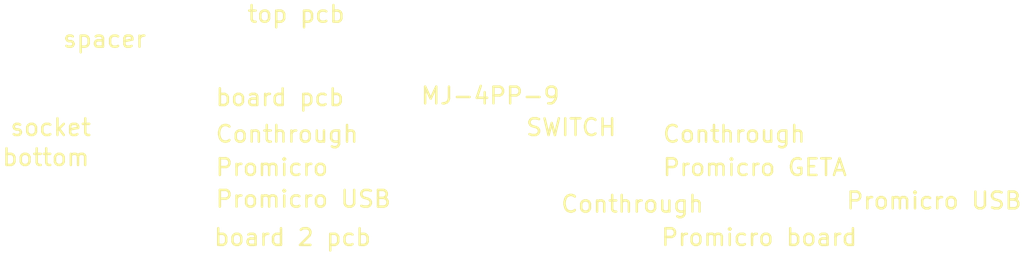
<source format=kicad_pcb>
(kicad_pcb (version 20171130) (host pcbnew "(5.1.5)-3")

  (general
    (thickness 1.6)
    (drawings 49)
    (tracks 0)
    (zones 0)
    (modules 0)
    (nets 1)
  )

  (page A4)
  (layers
    (0 F.Cu signal)
    (31 B.Cu signal)
    (32 B.Adhes user)
    (33 F.Adhes user)
    (34 B.Paste user)
    (35 F.Paste user)
    (36 B.SilkS user)
    (37 F.SilkS user)
    (38 B.Mask user)
    (39 F.Mask user)
    (40 Dwgs.User user)
    (41 Cmts.User user)
    (42 Eco1.User user)
    (43 Eco2.User user)
    (44 Edge.Cuts user)
    (45 Margin user)
    (46 B.CrtYd user)
    (47 F.CrtYd user)
    (48 B.Fab user)
    (49 F.Fab user)
  )

  (setup
    (last_trace_width 0.25)
    (trace_clearance 0.2)
    (zone_clearance 0.508)
    (zone_45_only no)
    (trace_min 0.2)
    (via_size 0.8)
    (via_drill 0.4)
    (via_min_size 0.4)
    (via_min_drill 0.3)
    (uvia_size 0.3)
    (uvia_drill 0.1)
    (uvias_allowed no)
    (uvia_min_size 0.2)
    (uvia_min_drill 0.1)
    (edge_width 0.05)
    (segment_width 0.2)
    (pcb_text_width 0.3)
    (pcb_text_size 1.5 1.5)
    (mod_edge_width 0.12)
    (mod_text_size 1 1)
    (mod_text_width 0.15)
    (pad_size 4.8 4.8)
    (pad_drill 4.8)
    (pad_to_mask_clearance 0.051)
    (solder_mask_min_width 0.25)
    (aux_axis_origin 0 0)
    (visible_elements 7FFFFFFF)
    (pcbplotparams
      (layerselection 0x010f0_ffffffff)
      (usegerberextensions true)
      (usegerberattributes false)
      (usegerberadvancedattributes false)
      (creategerberjobfile false)
      (excludeedgelayer true)
      (linewidth 0.100000)
      (plotframeref false)
      (viasonmask false)
      (mode 1)
      (useauxorigin false)
      (hpglpennumber 1)
      (hpglpenspeed 20)
      (hpglpendiameter 15.000000)
      (psnegative false)
      (psa4output false)
      (plotreference true)
      (plotvalue true)
      (plotinvisibletext false)
      (padsonsilk false)
      (subtractmaskfromsilk true)
      (outputformat 1)
      (mirror false)
      (drillshape 0)
      (scaleselection 1)
      (outputdirectory "../GERBER/Ipomoea-cairica-board"))
  )

  (net 0 "")

  (net_class Default "これはデフォルトのネット クラスです。"
    (clearance 0.2)
    (trace_width 0.25)
    (via_dia 0.8)
    (via_drill 0.4)
    (uvia_dia 0.3)
    (uvia_drill 0.1)
  )

  (dimension 3.2 (width 0.03) (layer Dwgs.User) (tstamp 5E53D6F7)
    (gr_text "3.200 mm" (at 37.155 20.9 90) (layer Dwgs.User) (tstamp 5E53D706)
      (effects (font (size 0.1 0.1) (thickness 0.025)))
    )
    (feature1 (pts (xy 36.7 19.3) (xy 37.586421 19.3)))
    (feature2 (pts (xy 36.7 22.5) (xy 37.586421 22.5)))
    (crossbar (pts (xy 37 22.5) (xy 37 19.3)))
    (arrow1a (pts (xy 37 19.3) (xy 37.586421 20.426504)))
    (arrow1b (pts (xy 37 19.3) (xy 36.413579 20.426504)))
    (arrow2a (pts (xy 37 22.5) (xy 37.586421 21.373496)))
    (arrow2b (pts (xy 37 22.5) (xy 36.413579 21.373496)))
  )
  (gr_poly (pts (xy 55.3 33.9) (xy 54.3 33.9) (xy 54.3 30.9) (xy 55.3 30.9)) (layer Eco1.User) (width 0) (tstamp 5E50DFC7))
  (gr_text Conthrough (at 50.9 29.7) (layer F.SilkS) (tstamp 5E50DFEA)
    (effects (font (size 1 1) (thickness 0.15)) (justify left))
  )
  (gr_poly (pts (xy 61.3 30.9) (xy 54.4 30.9) (xy 54.4 28.3) (xy 61.3 28.3)) (layer Eco1.User) (width 0) (tstamp 5E50DFE9))
  (gr_poly (pts (xy 53.6 32.5) (xy 49.6 32.5) (xy 49.6 30.9) (xy 53.6 30.9)) (layer Eco2.User) (width 0) (tstamp 5E50DFD0))
  (gr_poly (pts (xy 64 34.1) (xy 50.8 34.1) (xy 50.8 32.5) (xy 64 32.5)) (layer Eco2.User) (width 0) (tstamp 5E50DFCF))
  (gr_text "Promicro USB" (at 68 29.5) (layer F.SilkS) (tstamp 5E50DF55)
    (effects (font (size 1 1) (thickness 0.15)) (justify left))
  )
  (gr_text "Promicro board" (at 56.9 31.7) (layer F.SilkS) (tstamp 5E50DF54)
    (effects (font (size 1 1) (thickness 0.15)) (justify left))
  )
  (gr_text "Promicro GETA" (at 57 27.5) (layer F.SilkS) (tstamp 5E50DF53)
    (effects (font (size 1 1) (thickness 0.15)) (justify left))
  )
  (gr_text Conthrough (at 57 25.5) (layer F.SilkS) (tstamp 5E50DF52)
    (effects (font (size 1 1) (thickness 0.15)) (justify left))
  )
  (gr_poly (pts (xy 67.4 32.5) (xy 54.7 32.5) (xy 54.7 30.9) (xy 67.4 30.9)) (layer Dwgs.User) (width 0) (tstamp 5E50DF51))
  (gr_poly (pts (xy 67.4 28.3) (xy 54.2 28.3) (xy 54.2 26.7) (xy 67.4 26.7)) (layer Dwgs.User) (width 0) (tstamp 5E50DF50))
  (gr_poly (pts (xy 67.4 30.9) (xy 61.7 30.9) (xy 61.7 28.3) (xy 67.4 28.3)) (layer Eco1.User) (width 0) (tstamp 5E50DF4F))
  (gr_poly (pts (xy 67.4 26.7) (xy 54.2 26.7) (xy 54.2 24.1) (xy 67.4 24.1)) (layer Eco1.User) (width 0) (tstamp 5E50DF4E))
  (gr_text "board 2 pcb" (at 30.1 31.7) (layer F.SilkS) (tstamp 5E50DF4D)
    (effects (font (size 1 1) (thickness 0.15)) (justify left))
  )
  (gr_text "top pcb" (at 32.1 18.3) (layer F.SilkS) (tstamp 5E50DF4C)
    (effects (font (size 1 1) (thickness 0.15)) (justify left))
  )
  (gr_text "board pcb" (at 30.2 23.3) (layer F.SilkS) (tstamp 5E50DF4B)
    (effects (font (size 1 1) (thickness 0.15)) (justify left))
  )
  (gr_text "Promicro USB" (at 30.2 29.4) (layer F.SilkS) (tstamp 5E50DF4A)
    (effects (font (size 1 1) (thickness 0.15)) (justify left))
  )
  (gr_text Conthrough (at 30.2 25.5) (layer F.SilkS) (tstamp 5E50DF49)
    (effects (font (size 1 1) (thickness 0.15)) (justify left))
  )
  (gr_text Promicro (at 30.2 27.5) (layer F.SilkS) (tstamp 5E50DF48)
    (effects (font (size 1 1) (thickness 0.15)) (justify left))
  )
  (gr_text MJ-4PP-9 (at 42.5 23.2) (layer F.SilkS) (tstamp 5E50DF47)
    (effects (font (size 1 1) (thickness 0.15)) (justify left))
  )
  (gr_text SWITCH (at 48.8 25.1) (layer F.SilkS) (tstamp 5E50DF46)
    (effects (font (size 1 1) (thickness 0.15)) (justify left))
  )
  (gr_text spacer (at 26.2 19.8) (layer F.SilkS) (tstamp 5E50DF45)
    (effects (font (size 1 1) (thickness 0.15)) (justify right))
  )
  (gr_text bottom (at 22.8 26.9) (layer F.SilkS) (tstamp 5E50DF44)
    (effects (font (size 1 1) (thickness 0.15)) (justify right))
  )
  (gr_text socket (at 22.9 25.1) (layer F.SilkS) (tstamp 5E50DF43)
    (effects (font (size 1 1) (thickness 0.15)) (justify right))
  )
  (gr_poly (pts (xy 44.7 24.1) (xy 48.7 24.1) (xy 48.7 28.4) (xy 44.7 28.4)) (layer B.CrtYd) (width 0) (tstamp 5E50DF42))
  (dimension 1.6 (width 0.03) (layer Dwgs.User) (tstamp 5E50DF40)
    (gr_text "1.600 mm" (at 25.77 30.1 270) (layer Dwgs.User) (tstamp 5E50DF40)
      (effects (font (size 0.1 0.1) (thickness 0.025)))
    )
    (feature1 (pts (xy 26.2 30.9) (xy 25.313579 30.9)))
    (feature2 (pts (xy 26.2 29.3) (xy 25.313579 29.3)))
    (crossbar (pts (xy 25.9 29.3) (xy 25.9 30.9)))
    (arrow1a (pts (xy 25.9 30.9) (xy 25.313579 29.773496)))
    (arrow1b (pts (xy 25.9 30.9) (xy 26.486421 29.773496)))
    (arrow2a (pts (xy 25.9 29.3) (xy 25.313579 30.426504)))
    (arrow2b (pts (xy 25.9 29.3) (xy 26.486421 30.426504)))
  )
  (gr_poly (pts (xy 40.6 32.5) (xy 27.4 32.5) (xy 27.4 30.9) (xy 40.6 30.9)) (layer Dwgs.User) (width 0) (tstamp 5E50DF3F))
  (dimension 1.6 (width 0.03) (layer Dwgs.User) (tstamp 5E50DF3D)
    (gr_text "1.600 mm" (at 25.77 28.5 270) (layer Dwgs.User) (tstamp 5E50DF3D)
      (effects (font (size 0.1 0.1) (thickness 0.025)))
    )
    (feature1 (pts (xy 26.2 29.3) (xy 25.313579 29.3)))
    (feature2 (pts (xy 26.2 27.7) (xy 25.313579 27.7)))
    (crossbar (pts (xy 25.9 27.7) (xy 25.9 29.3)))
    (arrow1a (pts (xy 25.9 29.3) (xy 25.313579 28.173496)))
    (arrow1b (pts (xy 25.9 29.3) (xy 26.486421 28.173496)))
    (arrow2a (pts (xy 25.9 27.7) (xy 25.313579 28.826504)))
    (arrow2b (pts (xy 25.9 27.7) (xy 26.486421 28.826504)))
  )
  (dimension 1.6 (width 0.03) (layer Dwgs.User) (tstamp 5E50DF3B)
    (gr_text "1.600 mm" (at 22.97 26.9 270) (layer Dwgs.User) (tstamp 5E50DF3B)
      (effects (font (size 0.1 0.1) (thickness 0.025)))
    )
    (feature1 (pts (xy 23.4 27.7) (xy 22.513579 27.7)))
    (feature2 (pts (xy 23.4 26.1) (xy 22.513579 26.1)))
    (crossbar (pts (xy 23.1 26.1) (xy 23.1 27.7)))
    (arrow1a (pts (xy 23.1 27.7) (xy 22.513579 26.573496)))
    (arrow1b (pts (xy 23.1 27.7) (xy 23.686421 26.573496)))
    (arrow2a (pts (xy 23.1 26.1) (xy 22.513579 27.226504)))
    (arrow2b (pts (xy 23.1 26.1) (xy 23.686421 27.226504)))
  )
  (gr_poly (pts (xy 36.7 20.9) (xy 32.7 20.9) (xy 32.7 19.3) (xy 36.7 19.3)) (layer Eco2.User) (width 0) (tstamp 5E50DF3A))
  (dimension 7 (width 0.03) (layer Dwgs.User) (tstamp 5E50DF38)
    (gr_text "7.000 mm" (at 25.945 22.6 270) (layer Dwgs.User) (tstamp 5E50DF38)
      (effects (font (size 0.1 0.1) (thickness 0.025)))
    )
    (feature1 (pts (xy 26.4 26.1) (xy 25.513579 26.1)))
    (feature2 (pts (xy 26.4 19.1) (xy 25.513579 19.1)))
    (crossbar (pts (xy 26.1 19.1) (xy 26.1 26.1)))
    (arrow1a (pts (xy 26.1 26.1) (xy 25.513579 24.973496)))
    (arrow1b (pts (xy 26.1 26.1) (xy 26.686421 24.973496)))
    (arrow2a (pts (xy 26.1 19.1) (xy 25.513579 20.226504)))
    (arrow2b (pts (xy 26.1 19.1) (xy 26.686421 20.226504)))
  )
  (gr_poly (pts (xy 30.2 29.3) (xy 26.2 29.3) (xy 26.2 27.7) (xy 30.2 27.7)) (layer Eco2.User) (width 0) (tstamp 5E50DF37))
  (dimension 3.4 (width 0.03) (layer Dwgs.User) (tstamp 5E50DF35)
    (gr_text "3.400 mm" (at 30.845 20.8 270) (layer Dwgs.User) (tstamp 5E50DF35)
      (effects (font (size 0.1 0.1) (thickness 0.025)))
    )
    (feature1 (pts (xy 31.3 22.5) (xy 30.413579 22.5)))
    (feature2 (pts (xy 31.3 19.1) (xy 30.413579 19.1)))
    (crossbar (pts (xy 31 19.1) (xy 31 22.5)))
    (arrow1a (pts (xy 31 22.5) (xy 30.413579 21.373496)))
    (arrow1b (pts (xy 31 22.5) (xy 31.586421 21.373496)))
    (arrow2a (pts (xy 31 19.1) (xy 30.413579 20.226504)))
    (arrow2b (pts (xy 31 19.1) (xy 31.586421 20.226504)))
  )
  (dimension 3.2 (width 0.03) (layer Dwgs.User) (tstamp 5E50DF33)
    (gr_text "3.200 mm" (at 24.445 29.3 270) (layer Dwgs.User) (tstamp 5E50DF33)
      (effects (font (size 0.1 0.1) (thickness 0.025)))
    )
    (feature1 (pts (xy 24.9 30.9) (xy 24.013579 30.9)))
    (feature2 (pts (xy 24.9 27.7) (xy 24.013579 27.7)))
    (crossbar (pts (xy 24.6 27.7) (xy 24.6 30.9)))
    (arrow1a (pts (xy 24.6 30.9) (xy 24.013579 29.773496)))
    (arrow1b (pts (xy 24.6 30.9) (xy 25.186421 29.773496)))
    (arrow2a (pts (xy 24.6 27.7) (xy 24.013579 28.826504)))
    (arrow2b (pts (xy 24.6 27.7) (xy 25.186421 28.826504)))
  )
  (dimension 1.6 (width 0.03) (layer Dwgs.User) (tstamp 5E50DF31)
    (gr_text "1.600 mm" (at 32.27 21.7 270) (layer Dwgs.User) (tstamp 5E50DF31)
      (effects (font (size 0.1 0.1) (thickness 0.025)))
    )
    (feature1 (pts (xy 32.7 22.5) (xy 31.813579 22.5)))
    (feature2 (pts (xy 32.7 20.9) (xy 31.813579 20.9)))
    (crossbar (pts (xy 32.4 20.9) (xy 32.4 22.5)))
    (arrow1a (pts (xy 32.4 22.5) (xy 31.813579 21.373496)))
    (arrow1b (pts (xy 32.4 22.5) (xy 32.986421 21.373496)))
    (arrow2a (pts (xy 32.4 20.9) (xy 31.813579 22.026504)))
    (arrow2b (pts (xy 32.4 20.9) (xy 32.986421 22.026504)))
  )
  (dimension 1.6 (width 0.03) (layer Dwgs.User) (tstamp 5E50DF2F)
    (gr_text "1.600 mm" (at 32.27 20.1 270) (layer Dwgs.User) (tstamp 5E50DF2F)
      (effects (font (size 0.1 0.1) (thickness 0.025)))
    )
    (feature1 (pts (xy 32.7 20.9) (xy 31.813579 20.9)))
    (feature2 (pts (xy 32.7 19.3) (xy 31.813579 19.3)))
    (crossbar (pts (xy 32.4 19.3) (xy 32.4 20.9)))
    (arrow1a (pts (xy 32.4 20.9) (xy 31.813579 19.773496)))
    (arrow1b (pts (xy 32.4 20.9) (xy 32.986421 19.773496)))
    (arrow2a (pts (xy 32.4 19.3) (xy 31.813579 20.426504)))
    (arrow2b (pts (xy 32.4 19.3) (xy 32.986421 20.426504)))
  )
  (gr_poly (pts (xy 36.7 22.5) (xy 32.7 22.5) (xy 32.7 20.9) (xy 36.7 20.9)) (layer Eco2.User) (width 0) (tstamp 5E50DF2E))
  (dimension 1.6 (width 0.03) (layer Dwgs.User) (tstamp 5E50DF2C)
    (gr_text "1.600 mm" (at 25.77 31.7 270) (layer Dwgs.User) (tstamp 5E50DF2C)
      (effects (font (size 0.1 0.1) (thickness 0.025)))
    )
    (feature1 (pts (xy 26.2 32.5) (xy 25.313579 32.5)))
    (feature2 (pts (xy 26.2 30.9) (xy 25.313579 30.9)))
    (crossbar (pts (xy 25.9 30.9) (xy 25.9 32.5)))
    (arrow1a (pts (xy 25.9 32.5) (xy 25.313579 31.373496)))
    (arrow1b (pts (xy 25.9 32.5) (xy 26.486421 31.373496)))
    (arrow2a (pts (xy 25.9 30.9) (xy 25.313579 32.026504)))
    (arrow2b (pts (xy 25.9 30.9) (xy 26.486421 32.026504)))
  )
  (gr_poly (pts (xy 30.2 30.9) (xy 26.2 30.9) (xy 26.2 29.3) (xy 30.2 29.3)) (layer Eco2.User) (width 0) (tstamp 5E50DF2B))
  (gr_poly (pts (xy 40.6 24.1) (xy 27.4 24.1) (xy 27.4 22.5) (xy 40.6 22.5)) (layer Dwgs.User) (width 0) (tstamp 5E50DF2A))
  (gr_poly (pts (xy 40.6 30.9) (xy 29.4 30.9) (xy 29.4 28.3) (xy 40.6 28.3)) (layer Eco1.User) (width 0) (tstamp 5E50DF29))
  (gr_poly (pts (xy 27.4 27.7) (xy 23.4 27.7) (xy 23.4 26.1) (xy 27.4 26.1)) (layer Dwgs.User) (width 0) (tstamp 5E50DF28))
  (gr_poly (pts (xy 40.6 24.1) (xy 44.6 24.1) (xy 44.6 29.1) (xy 40.6 29.1)) (layer B.CrtYd) (width 0) (tstamp 5E50DF27))
  (gr_poly (pts (xy 40.6 28.3) (xy 27.4 28.3) (xy 27.4 26.7) (xy 40.6 26.7)) (layer Dwgs.User) (width 0) (tstamp 5E50DF26))
  (gr_poly (pts (xy 40.6 26.7) (xy 27.4 26.7) (xy 27.4 24.1) (xy 40.6 24.1)) (layer Eco1.User) (width 0) (tstamp 5E50DF25))
  (gr_poly (pts (xy 27.4 26.1) (xy 23.4 26.1) (xy 23.4 24.1) (xy 27.4 24.1)) (layer Eco2.User) (width 0) (tstamp 5E50DF24))
  (gr_poly (pts (xy 31.4 19.1) (xy 27.4 19.1) (xy 27.4 17.5) (xy 31.4 17.5)) (layer Dwgs.User) (width 0) (tstamp 5E50DF23))
  (gr_poly (pts (xy 27.4 26.1) (xy 26.4 26.1) (xy 26.4 19.1) (xy 27.4 19.1)) (layer Eco1.User) (width 0) (tstamp 5E50DF22))

)

</source>
